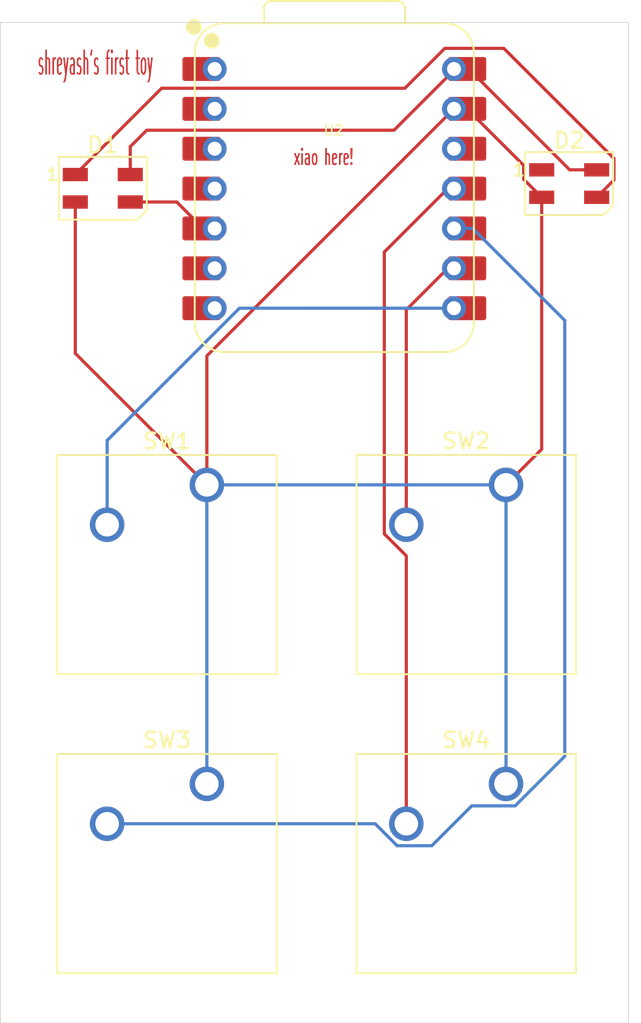
<source format=kicad_pcb>
(kicad_pcb (version 20241229) (generator "pcbnew") (generator_version "9.0")
  (layers (0 "F.Cu" signal) (2 "B.Cu" signal) (13 "F.Paste" user) (15 "B.Paste" user) (5 "F.SilkS" user "F.Silkscreen") (7 "B.SilkS" user "B.Silkscreen") (1 "F.Mask" user) (3 "B.Mask" user) (25 "Edge.Cuts" user))
  (net 0 "")
  (net 1 "Net-(D1-DOUT)")
  (net 2 "Net-(D1-DIN)")
  (net 3 "GND")
  (net 4 "+5V")
  (net 6 "Net-(U2-GPIO1{slash}RX)")
  (net 7 "Net-(U2-GPIO2{slash}SCK)")
  (net 8 "Net-(U2-GPIO4{slash}MISO)")
  (net 9 "Net-(U2-GPIO3{slash}MOSI)")
  (footprint "Button_Switch_Keyboard:SW_Cherry_MX_1.00u_PCB" (layer "F.Cu") (at 150.1775 99.695)
    (property "Reference" "SW2" (at -2.54 -2.794 0) (layer "F.SilkS"))
    (property "Value" "SW_Push")
    (fp_line (start -9.525 -1.905) (end 4.445 -1.905) (stroke (width 0.12)) (layer "F.SilkS"))
    (fp_line (start -9.525 12.065) (end -9.525 -1.905) (stroke (width 0.12)) (layer "F.SilkS"))
    (fp_line (start 4.445 -1.905) (end 4.445 12.065) (stroke (width 0.12)) (layer "F.SilkS"))
    (fp_line (start 4.445 12.065) (end -9.525 12.065) (stroke (width 0.12)) (layer "F.SilkS"))
    (pad "" np_thru_hole circle (at -7.62 5.08) (size 1.7 1.7) (drill 1.7) (layers "*.Cu" "*.Mask"))
    (pad "" np_thru_hole circle (at -2.54 5.08) (size 4 4) (drill 4) (layers "*.Cu" "*.Mask"))
    (pad "" np_thru_hole circle (at 2.54 5.08) (size 1.7 1.7) (drill 1.7) (layers "*.Cu" "*.Mask"))
    (pad "1" thru_hole circle (at 0 0) (size 2.2 2.2) (drill 1.5) (layers "*.Cu" "*.Mask") (net 3 "GND"))
    (pad "2" thru_hole circle (at -6.35 2.54) (size 2.2 2.2) (drill 1.5) (layers "*.Cu" "*.Mask") (net 7 "Net-(U2-GPIO2{slash}SCK)"))
  )
  (footprint "Button_Switch_Keyboard:SW_Cherry_MX_1.00u_PCB" (layer "F.Cu") (at 150.1775 118.745)
    (property "Reference" "SW4" (at -2.54 -2.794 0) (layer "F.SilkS"))
    (property "Value" "SW_Push")
    (fp_line (start -9.525 -1.905) (end 4.445 -1.905) (stroke (width 0.12)) (layer "F.SilkS"))
    (fp_line (start -9.525 12.065) (end -9.525 -1.905) (stroke (width 0.12)) (layer "F.SilkS"))
    (fp_line (start 4.445 -1.905) (end 4.445 12.065) (stroke (width 0.12)) (layer "F.SilkS"))
    (fp_line (start 4.445 12.065) (end -9.525 12.065) (stroke (width 0.12)) (layer "F.SilkS"))
    (pad "" np_thru_hole circle (at -7.62 5.08) (size 1.7 1.7) (drill 1.7) (layers "*.Cu" "*.Mask"))
    (pad "" np_thru_hole circle (at -2.54 5.08) (size 4 4) (drill 4) (layers "*.Cu" "*.Mask"))
    (pad "" np_thru_hole circle (at 2.54 5.08) (size 1.7 1.7) (drill 1.7) (layers "*.Cu" "*.Mask"))
    (pad "1" thru_hole circle (at 0 0) (size 2.2 2.2) (drill 1.5) (layers "*.Cu" "*.Mask") (net 3 "GND"))
    (pad "2" thru_hole circle (at -6.35 2.54) (size 2.2 2.2) (drill 1.5) (layers "*.Cu" "*.Mask") (net 9 "Net-(U2-GPIO3{slash}MOSI)"))
  )
  (footprint "Seeed Studio XIAO Series Library:XIAO-RP2040-DIP" (layer "F.Cu") (at 139.245 80.82)
    (property "Reference" "U2" (at -0.045 -3.72 0) (layer "F.SilkS") (effects (font (size 0.635 0.635) (thickness 0.1016))))
    (property "Value" "XIAO-RP2040-DIP")
    (fp_line (start -8.89 8.509) (end -8.89 -8.636) (stroke (width 0.127)) (layer "F.SilkS"))
    (fp_line (start -6.985 10.414) (end 6.985 10.414) (stroke (width 0.127)) (layer "F.SilkS"))
    (fp_line (start -4.495 -10.541) (end -4.491272 -11.451272) (stroke (width 0.127)) (layer "F.SilkS"))
    (fp_line (start -3.991272 -11.951) (end 4.004 -11.951) (stroke (width 0.127)) (layer "F.SilkS"))
    (fp_line (start 4.504 -11.451) (end 4.504 -10.541) (stroke (width 0.127)) (layer "F.SilkS"))
    (fp_line (start 6.985 -10.541) (end -6.985 -10.541) (stroke (width 0.1)) (layer "F.SilkS"))
    (fp_line (start 6.985 -10.541) (end -6.985 -10.541) (stroke (width 0.127)) (layer "F.SilkS"))
    (fp_line (start 8.89 8.509) (end 8.89 -8.636) (stroke (width 0.127)) (layer "F.SilkS"))
    (fp_arc (start -8.89 -8.636) (mid -8.332038 -9.983038) (end -6.985 -10.541) (stroke (width 0.127)) (layer "F.SilkS"))
    (fp_arc (start -6.985 10.414) (mid -8.332038 9.856038) (end -8.89 8.509) (stroke (width 0.127)) (layer "F.SilkS"))
    (fp_arc (start -4.491272 -11.451272) (mid -4.344728 -11.80464) (end -3.991272 -11.951) (stroke (width 0.127)) (layer "F.SilkS"))
    (fp_arc (start 4.004 -11.951) (mid 4.357553 -11.804553) (end 4.504 -11.451) (stroke (width 0.127)) (layer "F.SilkS"))
    (fp_arc (start 6.985 -10.541) (mid 8.332038 -9.983038) (end 8.89 -8.636) (stroke (width 0.127)) (layer "F.SilkS"))
    (fp_arc (start 8.89 8.509) (mid 8.332038 9.856038) (end 6.985 10.414) (stroke (width 0.127)) (layer "F.SilkS"))
    (fp_circle (center -8.95 -10.3) (end -8.95 -10.554) (stroke (width 0.5)) (fill yes) (layer "F.SilkS"))
    (fp_circle (center -7.807 -9.42) (end -7.807 -9.674) (stroke (width 0.5)) (fill yes) (layer "F.SilkS"))
    (pad "1" smd roundrect (at -8.455 -7.62 180) (size 2.432 1.524) (layers "F.Cu" "F.Mask") (roundrect_rratio 0.1))
    (pad "1" thru_hole circle (at -7.62 -7.62 180) (size 1.524 1.524) (drill 0.889) (layers "*.Cu" "*.Mask"))
    (pad "2" smd roundrect (at -8.455 -5.08 180) (size 2.432 1.524) (layers "F.Cu" "F.Mask") (roundrect_rratio 0.1))
    (pad "2" thru_hole circle (at -7.62 -5.08 180) (size 1.524 1.524) (drill 0.889) (layers "*.Cu" "*.Mask"))
    (pad "3" smd roundrect (at -8.455 -2.54 180) (size 2.432 1.524) (layers "F.Cu" "F.Mask") (roundrect_rratio 0.1))
    (pad "3" thru_hole circle (at -7.62 -2.54 180) (size 1.524 1.524) (drill 0.889) (layers "*.Cu" "*.Mask"))
    (pad "4" smd roundrect (at -8.455 0 180) (size 2.432 1.524) (layers "F.Cu" "F.Mask") (roundrect_rratio 0.1))
    (pad "4" thru_hole circle (at -7.62 0 180) (size 1.524 1.524) (drill 0.889) (layers "*.Cu" "*.Mask"))
    (pad "5" smd roundrect (at -8.455 2.54 180) (size 2.432 1.524) (layers "F.Cu" "F.Mask") (roundrect_rratio 0.1) (net 2 "Net-(D1-DIN)"))
    (pad "5" thru_hole circle (at -7.62 2.54 180) (size 1.524 1.524) (drill 0.889) (layers "*.Cu" "*.Mask") (net 2 "Net-(D1-DIN)"))
    (pad "6" smd roundrect (at -8.455 5.08 180) (size 2.432 1.524) (layers "F.Cu" "F.Mask") (roundrect_rratio 0.1))
    (pad "6" thru_hole circle (at -7.62 5.08 180) (size 1.524 1.524) (drill 0.889) (layers "*.Cu" "*.Mask"))
    (pad "7" smd roundrect (at -8.455 7.62 180) (size 2.432 1.524) (layers "F.Cu" "F.Mask") (roundrect_rratio 0.1))
    (pad "7" thru_hole circle (at -7.62 7.62 180) (size 1.524 1.524) (drill 0.889) (layers "*.Cu" "*.Mask"))
    (pad "8" thru_hole circle (at 7.62 7.62) (size 1.524 1.524) (drill 0.889) (layers "*.Cu" "*.Mask") (net 6 "Net-(U2-GPIO1{slash}RX)"))
    (pad "8" smd roundrect (at 8.455 7.62) (size 2.432 1.524) (layers "F.Cu" "F.Mask") (roundrect_rratio 0.1) (net 6 "Net-(U2-GPIO1{slash}RX)"))
    (pad "9" thru_hole circle (at 7.62 5.08) (size 1.524 1.524) (drill 0.889) (layers "*.Cu" "*.Mask") (net 7 "Net-(U2-GPIO2{slash}SCK)"))
    (pad "9" smd roundrect (at 8.455 5.08) (size 2.432 1.524) (layers "F.Cu" "F.Mask") (roundrect_rratio 0.1) (net 7 "Net-(U2-GPIO2{slash}SCK)"))
    (pad "10" thru_hole circle (at 7.62 2.54) (size 1.524 1.524) (drill 0.889) (layers "*.Cu" "*.Mask") (net 8 "Net-(U2-GPIO4{slash}MISO)"))
    (pad "10" smd roundrect (at 8.455 2.54) (size 2.432 1.524) (layers "F.Cu" "F.Mask") (roundrect_rratio 0.1) (net 8 "Net-(U2-GPIO4{slash}MISO)"))
    (pad "11" thru_hole circle (at 7.62 0) (size 1.524 1.524) (drill 0.889) (layers "*.Cu" "*.Mask") (net 9 "Net-(U2-GPIO3{slash}MOSI)"))
    (pad "11" smd roundrect (at 8.455 0) (size 2.432 1.524) (layers "F.Cu" "F.Mask") (roundrect_rratio 0.1) (net 9 "Net-(U2-GPIO3{slash}MOSI)"))
    (pad "12" thru_hole circle (at 7.62 -2.54) (size 1.524 1.524) (drill 0.889) (layers "*.Cu" "*.Mask"))
    (pad "12" smd roundrect (at 8.455 -2.54) (size 2.432 1.524) (layers "F.Cu" "F.Mask") (roundrect_rratio 0.1))
    (pad "13" thru_hole circle (at 7.62 -5.08) (size 1.524 1.524) (drill 0.889) (layers "*.Cu" "*.Mask") (net 3 "GND"))
    (pad "13" smd roundrect (at 8.455 -5.08) (size 2.432 1.524) (layers "F.Cu" "F.Mask") (roundrect_rratio 0.1) (net 3 "GND"))
    (pad "14" thru_hole circle (at 7.62 -7.62) (size 1.524 1.524) (drill 0.889) (layers "*.Cu" "*.Mask") (net 4 "+5V"))
    (pad "14" smd roundrect (at 8.455 -7.62) (size 2.432 1.524) (layers "F.Cu" "F.Mask") (roundrect_rratio 0.1) (net 4 "+5V"))
  )
  (footprint "LED_SMD:LED_SK6812MINI_PLCC4_3.5x3.5mm_P1.75mm" (layer "F.Cu") (at 154.2 80.5)
    (property "Reference" "D2" (at 0 -2.75 0) (layer "F.SilkS"))
    (property "Value" "SK6812MINI")
    (fp_line (start -2.8 -2) (end -2.8 2) (stroke (width 0.12)) (layer "F.SilkS"))
    (fp_line (start -2.8 -2) (end 2.8 -2) (stroke (width 0.12)) (layer "F.SilkS"))
    (fp_line (start -2.8 2) (end 2.2 2) (stroke (width 0.12)) (layer "F.SilkS"))
    (fp_line (start 2.8 1.4) (end 2.2 2) (stroke (width 0.12)) (layer "F.SilkS"))
    (fp_line (start 2.8 1.4) (end 2.8 -2) (stroke (width 0.12)) (layer "F.SilkS"))
    (fp_text user "1" (at -3.2 -0.875 0) (layer "F.SilkS") (effects (font (size 0.8 0.8))))
    (pad "1" smd rect (at -1.75 -0.875) (size 1.6 0.85) (layers "F.Cu" "F.Mask" "F.Paste"))
    (pad "2" smd rect (at -1.75 0.875) (size 1.6 0.85) (layers "F.Cu" "F.Mask" "F.Paste") (net 3 "GND"))
    (pad "3" smd rect (at 1.75 0.875) (size 1.6 0.85) (layers "F.Cu" "F.Mask" "F.Paste") (net 1 "Net-(D1-DOUT)"))
    (pad "4" smd rect (at 1.75 -0.875) (size 1.6 0.85) (layers "F.Cu" "F.Mask" "F.Paste") (net 4 "+5V"))
  )
  (footprint "LED_SMD:LED_SK6812MINI_PLCC4_3.5x3.5mm_P1.75mm" (layer "F.Cu") (at 124.5 80.8)
    (property "Reference" "D1" (at 0 -2.75 0) (layer "F.SilkS"))
    (property "Value" "SK6812MINI")
    (fp_line (start -2.8 -2) (end -2.8 2) (stroke (width 0.12)) (layer "F.SilkS"))
    (fp_line (start -2.8 -2) (end 2.8 -2) (stroke (width 0.12)) (layer "F.SilkS"))
    (fp_line (start -2.8 2) (end 2.2 2) (stroke (width 0.12)) (layer "F.SilkS"))
    (fp_line (start 2.8 1.4) (end 2.2 2) (stroke (width 0.12)) (layer "F.SilkS"))
    (fp_line (start 2.8 1.4) (end 2.8 -2) (stroke (width 0.12)) (layer "F.SilkS"))
    (fp_text user "1" (at -3.2 -0.875 0) (layer "F.SilkS") (effects (font (size 0.8 0.8))))
    (pad "1" smd rect (at -1.75 -0.875) (size 1.6 0.85) (layers "F.Cu" "F.Mask" "F.Paste") (net 1 "Net-(D1-DOUT)"))
    (pad "2" smd rect (at -1.75 0.875) (size 1.6 0.85) (layers "F.Cu" "F.Mask" "F.Paste") (net 3 "GND"))
    (pad "3" smd rect (at 1.75 0.875) (size 1.6 0.85) (layers "F.Cu" "F.Mask" "F.Paste") (net 2 "Net-(D1-DIN)"))
    (pad "4" smd rect (at 1.75 -0.875) (size 1.6 0.85) (layers "F.Cu" "F.Mask" "F.Paste") (net 4 "+5V"))
  )
  (footprint "Button_Switch_Keyboard:SW_Cherry_MX_1.00u_PCB" (layer "F.Cu") (at 131.1275 118.745)
    (property "Reference" "SW3" (at -2.54 -2.794 0) (layer "F.SilkS"))
    (property "Value" "SW_Push")
    (fp_line (start -9.525 -1.905) (end 4.445 -1.905) (stroke (width 0.12)) (layer "F.SilkS"))
    (fp_line (start -9.525 12.065) (end -9.525 -1.905) (stroke (width 0.12)) (layer "F.SilkS"))
    (fp_line (start 4.445 -1.905) (end 4.445 12.065) (stroke (width 0.12)) (layer "F.SilkS"))
    (fp_line (start 4.445 12.065) (end -9.525 12.065) (stroke (width 0.12)) (layer "F.SilkS"))
    (pad "" np_thru_hole circle (at -7.62 5.08) (size 1.7 1.7) (drill 1.7) (layers "*.Cu" "*.Mask"))
    (pad "" np_thru_hole circle (at -2.54 5.08) (size 4 4) (drill 4) (layers "*.Cu" "*.Mask"))
    (pad "" np_thru_hole circle (at 2.54 5.08) (size 1.7 1.7) (drill 1.7) (layers "*.Cu" "*.Mask"))
    (pad "1" thru_hole circle (at 0 0) (size 2.2 2.2) (drill 1.5) (layers "*.Cu" "*.Mask") (net 3 "GND"))
    (pad "2" thru_hole circle (at -6.35 2.54) (size 2.2 2.2) (drill 1.5) (layers "*.Cu" "*.Mask") (net 8 "Net-(U2-GPIO4{slash}MISO)"))
  )
  (footprint "Button_Switch_Keyboard:SW_Cherry_MX_1.00u_PCB" (layer "F.Cu") (at 131.1275 99.695)
    (property "Reference" "SW1" (at -2.54 -2.794 0) (layer "F.SilkS"))
    (property "Value" "SW_Push")
    (fp_line (start -9.525 -1.905) (end 4.445 -1.905) (stroke (width 0.12)) (layer "F.SilkS"))
    (fp_line (start -9.525 12.065) (end -9.525 -1.905) (stroke (width 0.12)) (layer "F.SilkS"))
    (fp_line (start 4.445 -1.905) (end 4.445 12.065) (stroke (width 0.12)) (layer "F.SilkS"))
    (fp_line (start 4.445 12.065) (end -9.525 12.065) (stroke (width 0.12)) (layer "F.SilkS"))
    (pad "" np_thru_hole circle (at -7.62 5.08) (size 1.7 1.7) (drill 1.7) (layers "*.Cu" "*.Mask"))
    (pad "" np_thru_hole circle (at -2.54 5.08) (size 4 4) (drill 4) (layers "*.Cu" "*.Mask"))
    (pad "" np_thru_hole circle (at 2.54 5.08) (size 1.7 1.7) (drill 1.7) (layers "*.Cu" "*.Mask"))
    (pad "1" thru_hole circle (at 0 0) (size 2.2 2.2) (drill 1.5) (layers "*.Cu" "*.Mask") (net 3 "GND"))
    (pad "2" thru_hole circle (at -6.35 2.54) (size 2.2 2.2) (drill 1.5) (layers "*.Cu" "*.Mask") (net 6 "Net-(U2-GPIO1{slash}RX)"))
  )
  (gr_rect (start 117.98 70.24) (end 157.98 133.98) (stroke (width 0.05)) (fill no) (layer "Edge.Cuts"))
  (gr_text "xiao here!" (at 136.6 79.4 0) (layer "F.Cu") (effects (font (size 1 0.5) (thickness 0.1) (bold yes)) (justify left bottom)))
  (gr_text "shreyash's first toy" (at 120.3 73.7 0) (layer "F.Cu") (effects (font (size 1.5 0.5) (thickness 0.1) (bold yes)) (justify left bottom)))
  (segment (start 122.75 79.925) (end 128.2495 74.4255) (width 0.2) (layer "F.Cu") (net 1))
  (segment (start 143.73969 74.4255) (end 146.27969 71.8855) (width 0.2) (layer "F.Cu") (net 1))
  (segment (start 150.0375 71.8855) (end 157.051 78.899) (width 0.2) (layer "F.Cu") (net 1))
  (segment (start 157.051 78.899) (end 157.051 80.274) (width 0.2) (layer "F.Cu") (net 1))
  (segment (start 157.051 80.274) (end 155.95 81.375) (width 0.2) (layer "F.Cu") (net 1))
  (segment (start 128.2495 74.4255) (end 143.73969 74.4255) (width 0.2) (layer "F.Cu") (net 1))
  (segment (start 146.27969 71.8855) (end 150.0375 71.8855) (width 0.2) (layer "F.Cu") (net 1))
  (segment (start 129.2115 81.675) (end 130.645 83.1085) (width 0.2) (layer "F.Cu") (net 2))
  (segment (start 126.25 81.675) (end 129.2115 81.675) (width 0.2) (layer "F.Cu") (net 2))
  (segment (start 151.3 80.225) (end 151.3 79.34) (width 0.2) (layer "F.Cu") (net 3))
  (segment (start 122.75 91.3175) (end 131.1275 99.695) (width 0.2) (layer "F.Cu") (net 3))
  (segment (start 131.1275 91.4775) (end 146.865 75.74) (width 0.2) (layer "F.Cu") (net 3))
  (segment (start 122.75 81.675) (end 122.75 91.3175) (width 0.2) (layer "F.Cu") (net 3))
  (segment (start 152.45 97.4225) (end 150.1775 99.695) (width 0.2) (layer "F.Cu") (net 3))
  (segment (start 152.45 81.375) (end 152.45 97.4225) (width 0.2) (layer "F.Cu") (net 3))
  (segment (start 152.45 81.375) (end 151.3 80.225) (width 0.2) (layer "F.Cu") (net 3))
  (segment (start 131.1275 99.695) (end 131.1275 91.4775) (width 0.2) (layer "F.Cu") (net 3))
  (segment (start 151.3 79.34) (end 147.7 75.74) (width 0.2) (layer "F.Cu") (net 3))
  (segment (start 150.1775 99.695) (end 131.1275 99.695) (width 0.2) (layer "B.Cu") (net 3))
  (segment (start 131.1275 99.695) (end 131.1275 118.745) (width 0.2) (layer "B.Cu") (net 3))
  (segment (start 150.1775 99.695) (end 150.1775 118.745) (width 0.2) (layer "B.Cu") (net 3))
  (segment (start 126.25 78.15) (end 127.3 77.1) (width 0.2) (layer "F.Cu") (net 4))
  (segment (start 154.2315 79.625) (end 147.555 72.9485) (width 0.2) (layer "F.Cu") (net 4))
  (segment (start 127.3 77.1) (end 143.045 77.1) (width 0.2) (layer "F.Cu") (net 4))
  (segment (start 146.72 72.9485) (end 147.555 72.9485) (width 0.2) (layer "F.Cu") (net 4))
  (segment (start 126.25 79.925) (end 126.25 78.15) (width 0.2) (layer "F.Cu") (net 4))
  (segment (start 155.95 79.625) (end 154.2315 79.625) (width 0.2) (layer "F.Cu") (net 4))
  (segment (start 143.045 77.1) (end 146.865 73.28) (width 0.2) (layer "F.Cu") (net 4))
  (segment (start 146.72 88.1885) (end 147.555 88.1885) (width 0.2) (layer "F.Cu") (net 6))
  (segment (start 124.7775 102.235) (end 124.7775 96.8639) (width 0.2) (layer "B.Cu") (net 6))
  (segment (start 124.7775 96.8639) (end 133.2014 88.44) (width 0.2) (layer "B.Cu") (net 6))
  (segment (start 138 88.44) (end 146.865 88.44) (width 0.2) (layer "B.Cu") (net 6))
  (segment (start 133.2014 88.44) (end 146.865 88.44) (width 0.2) (layer "B.Cu") (net 6))
  (segment (start 137.74 88.44) (end 138 88.44) (width 0.2) (layer "B.Cu") (net 6))
  (segment (start 143.8275 102.235) (end 143.8275 88.541) (width 0.2) (layer "F.Cu") (net 7))
  (segment (start 143.8275 88.541) (end 146.72 85.6485) (width 0.2) (layer "F.Cu") (net 7))
  (segment (start 146.72 85.6485) (end 147.555 85.6485) (width 0.2) (layer "F.Cu") (net 7))
  (segment (start 153.9185 89.2185) (end 148.06 83.36) (width 0.2) (layer "B.Cu") (net 8))
  (segment (start 143.247186 122.686) (end 145.451684 122.686) (width 0.2) (layer "B.Cu") (net 8))
  (segment (start 148.06 83.36) (end 146.865 83.36) (width 0.2) (layer "B.Cu") (net 8))
  (segment (start 153.9185 116.985314) (end 153.9185 89.2185) (width 0.2) (layer "B.Cu") (net 8))
  (segment (start 150.757814 120.146) (end 153.9185 116.985314) (width 0.2) (layer "B.Cu") (net 8))
  (segment (start 145.451684 122.686) (end 147.991684 120.146) (width 0.2) (layer "B.Cu") (net 8))
  (segment (start 124.7775 121.285) (end 141.846186 121.285) (width 0.2) (layer "B.Cu") (net 8))
  (segment (start 147.991684 120.146) (end 150.757814 120.146) (width 0.2) (layer "B.Cu") (net 8))
  (segment (start 141.846186 121.285) (end 143.247186 122.686) (width 0.2) (layer "B.Cu") (net 8))
  (segment (start 142.4265 84.862) (end 146.72 80.5685) (width 0.2) (layer "F.Cu") (net 9))
  (segment (start 143.8275 121.285) (end 143.8275 104.216314) (width 0.2) (layer "F.Cu") (net 9))
  (segment (start 143.8275 104.216314) (end 142.4265 102.815314) (width 0.2) (layer "F.Cu") (net 9))
  (segment (start 142.4265 102.815314) (end 142.4265 84.862) (width 0.2) (layer "F.Cu") (net 9))
)
</source>
